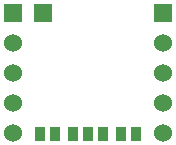
<source format=gbs>
G04 (created by PCBNEW (2013-jul-07)-stable) date Tue 11 Feb 2014 01:04:26 AM EST*
%MOIN*%
G04 Gerber Fmt 3.4, Leading zero omitted, Abs format*
%FSLAX34Y34*%
G01*
G70*
G90*
G04 APERTURE LIST*
%ADD10C,0.00590551*%
%ADD11R,0.06X0.06*%
%ADD12R,0.038X0.05*%
%ADD13C,0.06*%
G04 APERTURE END LIST*
G54D10*
G54D11*
X136000Y-79000D03*
G54D12*
X137000Y-83050D03*
X137500Y-83050D03*
X138000Y-83050D03*
X139100Y-83050D03*
X138600Y-83050D03*
X135900Y-83050D03*
X136400Y-83050D03*
G54D11*
X140000Y-79000D03*
G54D13*
X140000Y-80000D03*
X140000Y-81000D03*
X140000Y-82000D03*
X140000Y-83000D03*
G54D11*
X135000Y-79000D03*
G54D13*
X135000Y-80000D03*
X135000Y-81000D03*
X135000Y-82000D03*
X135000Y-83000D03*
M02*

</source>
